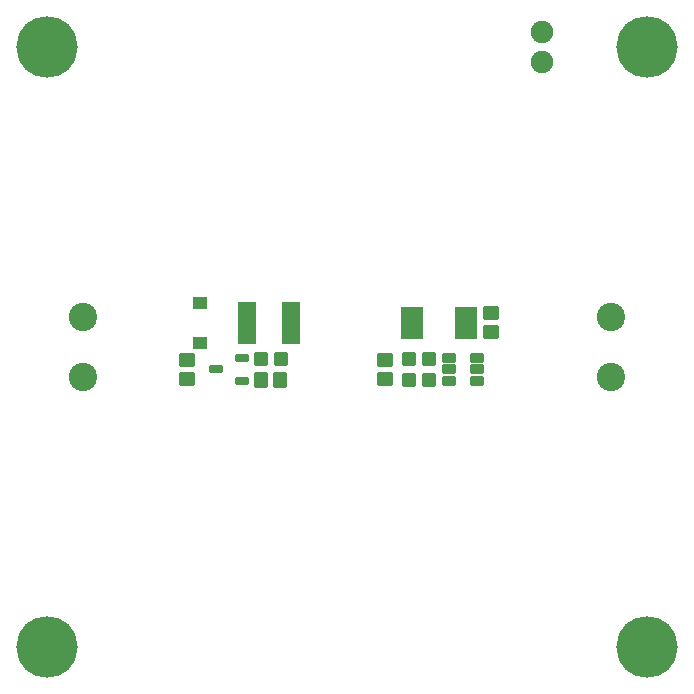
<source format=gts>
G04 Layer: TopSolderMaskLayer*
G04 Panelize: , Column: 2, Row: 2, Board Size: 58.42mm x 58.42mm, Panelized Board Size: 118.84mm x 118.84mm*
G04 EasyEDA v6.5.34, 2023-08-01 23:33:27*
G04 e813da22b39b4b048ad4b72b4fcfa076,5a6b42c53f6a479593ecc07194224c93,10*
G04 Gerber Generator version 0.2*
G04 Scale: 100 percent, Rotated: No, Reflected: No *
G04 Dimensions in millimeters *
G04 leading zeros omitted , absolute positions ,4 integer and 5 decimal *
%FSLAX45Y45*%
%MOMM*%

%AMMACRO1*1,1,$1,$2,$3*1,1,$1,$4,$5*1,1,$1,0-$2,0-$3*1,1,$1,0-$4,0-$5*20,1,$1,$2,$3,$4,$5,0*20,1,$1,$4,$5,0-$2,0-$3,0*20,1,$1,0-$2,0-$3,0-$4,0-$5,0*20,1,$1,0-$4,0-$5,$2,$3,0*4,1,4,$2,$3,$4,$5,0-$2,0-$3,0-$4,0-$5,$2,$3,0*%
%ADD10MACRO1,0.2032X0.55X0.5X0.55X-0.5*%
%ADD11MACRO1,0.2032X-0.45X-0.5X-0.45X0.5*%
%ADD12MACRO1,0.1016X-0.9X1.27X0.9X1.27*%
%ADD13MACRO1,0.1016X-0.5X0.35X0.5X0.35*%
%ADD14MACRO1,0.2032X-0.5X0.55X0.5X0.55*%
%ADD15MACRO1,0.2032X-0.55X-0.5X-0.55X0.5*%
%ADD16MACRO1,0.1016X-0.575X-0.475X-0.575X0.475*%
%ADD17MACRO1,0.1016X0.5188X-0.266X0.5188X0.266*%
%ADD18MACRO1,0.1016X0.7033X1.7496X0.7033X-1.7496*%
%ADD19MACRO1,0.1016X-0.7033X1.7496X-0.7033X-1.7496*%
%ADD20MACRO1,0.2032X0.45X0.5X0.45X-0.5*%
%ADD21C,2.4032*%
%ADD22C,5.2032*%
%ADD23C,1.9016*%

%LPD*%
D10*
G01*
X3238500Y2649720D03*
G01*
X3238500Y2809720D03*
D11*
G01*
X3445583Y2819387D03*
G01*
X3615583Y2819387D03*
D10*
G01*
X4140200Y3043420D03*
G01*
X4140200Y3203420D03*
D12*
G01*
X3924198Y3123427D03*
G01*
X3467201Y3123427D03*
D13*
G01*
X4018902Y2634749D03*
G01*
X4018902Y2729730D03*
G01*
X4018902Y2824711D03*
G01*
X3778892Y2824711D03*
G01*
X3778892Y2729730D03*
G01*
X3778892Y2634749D03*
D11*
G01*
X2188291Y2818620D03*
G01*
X2358290Y2818620D03*
D14*
G01*
X2353307Y2640827D03*
G01*
X2193307Y2640827D03*
D15*
G01*
X1562100Y2809735D03*
G01*
X1562100Y2649735D03*
D16*
G01*
X1676400Y2954185D03*
G01*
X1676400Y3292665D03*
D17*
G01*
X2027825Y2634728D03*
G01*
X2027825Y2824727D03*
G01*
X1807574Y2729727D03*
D18*
G01*
X2075266Y3123427D03*
D19*
G01*
X2445933Y3123427D03*
D20*
G01*
X3615601Y2641602D03*
G01*
X3445601Y2641602D03*
D21*
G01*
X5156200Y2667000D03*
G01*
X5156200Y3175000D03*
G01*
X685800Y3175000D03*
G01*
X685800Y2667000D03*
D22*
G01*
X381000Y5461000D03*
G01*
X5461000Y5461000D03*
G01*
X5461000Y381000D03*
G01*
X381000Y381000D03*
D23*
G01*
X4572000Y5334000D03*
G01*
X4572000Y5588000D03*
M02*

</source>
